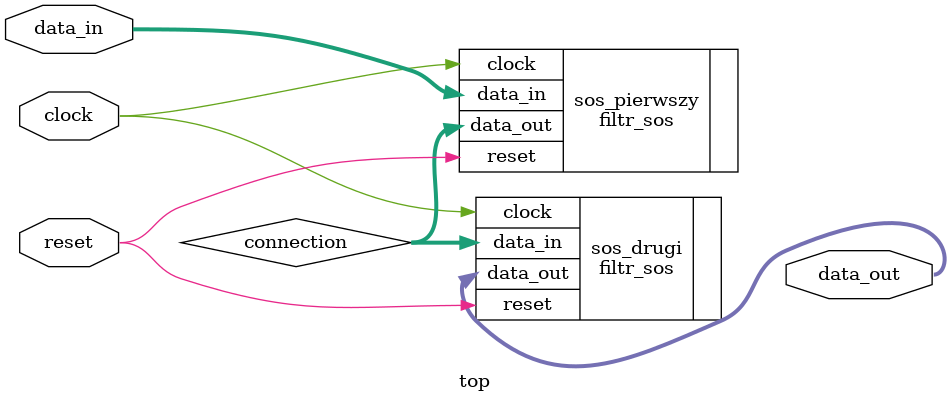
<source format=v>
`timescale 1ns / 1ps


module top #(parameter COEF_SIZE = 32, DATA_SIZE = 24)(
    input clock,
    input reset,
    input [DATA_SIZE-1:0] data_in,
    output [DATA_SIZE-1:0] data_out
);
    
wire [DATA_SIZE-1:0] connection;
    
filtr_sos #(.COEF_SIZE(COEF_SIZE),
            .DATA_SIZE(DATA_SIZE),
            .B0(32'b01000000000000000000000000000000),
            .B1(32'b10000001100100011111110011101000),
            .B2(32'b01000000000000000000000011001111),
            .A1(32'b10000010100101001001010110110011),
            .A2(32'b00111111000111011111110110101011)
            ) sos_pierwszy (
    .clock(clock),
    .reset(reset),
    .data_in(data_in),
    .data_out(connection)
);
    
    
filtr_sos #(.COEF_SIZE(COEF_SIZE),
            .DATA_SIZE(DATA_SIZE),
            .B0(32'b01000000000000000000000000000000),
            .B1(32'b10000001100100011111111001111010),
            .B2(32'b00111111111111111111111100110001),
            .A1(32'b10000010001111101100010001110000),
            .A2(32'b00111111001100000010100010101001)
            ) sos_drugi (
    .clock(clock),
    .reset(reset),
    .data_in(connection),
    .data_out(data_out)
);
    
endmodule

</source>
